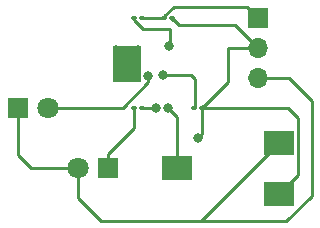
<source format=gbr>
%TF.GenerationSoftware,KiCad,Pcbnew,7.0.7*%
%TF.CreationDate,2023-08-26T23:34:29+05:30*%
%TF.ProjectId,ir_project,69725f70-726f-46a6-9563-742e6b696361,rev?*%
%TF.SameCoordinates,Original*%
%TF.FileFunction,Copper,L1,Top*%
%TF.FilePolarity,Positive*%
%FSLAX46Y46*%
G04 Gerber Fmt 4.6, Leading zero omitted, Abs format (unit mm)*
G04 Created by KiCad (PCBNEW 7.0.7) date 2023-08-26 23:34:29*
%MOMM*%
%LPD*%
G01*
G04 APERTURE LIST*
G04 Aperture macros list*
%AMRoundRect*
0 Rectangle with rounded corners*
0 $1 Rounding radius*
0 $2 $3 $4 $5 $6 $7 $8 $9 X,Y pos of 4 corners*
0 Add a 4 corners polygon primitive as box body*
4,1,4,$2,$3,$4,$5,$6,$7,$8,$9,$2,$3,0*
0 Add four circle primitives for the rounded corners*
1,1,$1+$1,$2,$3*
1,1,$1+$1,$4,$5*
1,1,$1+$1,$6,$7*
1,1,$1+$1,$8,$9*
0 Add four rect primitives between the rounded corners*
20,1,$1+$1,$2,$3,$4,$5,0*
20,1,$1+$1,$4,$5,$6,$7,0*
20,1,$1+$1,$6,$7,$8,$9,0*
20,1,$1+$1,$8,$9,$2,$3,0*%
G04 Aperture macros list end*
%TA.AperFunction,SMDPad,CuDef*%
%ADD10R,2.500000X2.000000*%
%TD*%
%TA.AperFunction,SMDPad,CuDef*%
%ADD11R,2.410000X3.100000*%
%TD*%
%TA.AperFunction,ComponentPad*%
%ADD12C,0.500000*%
%TD*%
%TA.AperFunction,SMDPad,CuDef*%
%ADD13RoundRect,0.100000X-0.130000X-0.100000X0.130000X-0.100000X0.130000X0.100000X-0.130000X0.100000X0*%
%TD*%
%TA.AperFunction,ComponentPad*%
%ADD14R,1.700000X1.700000*%
%TD*%
%TA.AperFunction,ComponentPad*%
%ADD15O,1.700000X1.700000*%
%TD*%
%TA.AperFunction,SMDPad,CuDef*%
%ADD16RoundRect,0.100000X0.130000X0.100000X-0.130000X0.100000X-0.130000X-0.100000X0.130000X-0.100000X0*%
%TD*%
%TA.AperFunction,ComponentPad*%
%ADD17R,1.800000X1.800000*%
%TD*%
%TA.AperFunction,ComponentPad*%
%ADD18C,1.800000*%
%TD*%
%TA.AperFunction,ViaPad*%
%ADD19C,0.800000*%
%TD*%
%TA.AperFunction,Conductor*%
%ADD20C,0.250000*%
%TD*%
G04 APERTURE END LIST*
D10*
%TO.P,POT,3,3*%
%TO.N,GND*%
X166885000Y-91050000D03*
%TO.P,POT,2,2*%
%TO.N,Net-(U1A--)*%
X158235000Y-88900000D03*
%TO.P,POT,1,1*%
%TO.N,+5V*%
X166885000Y-86750000D03*
%TD*%
D11*
%TO.P,U1,9*%
%TO.N,N/C*%
X153985000Y-80040000D03*
D12*
X154940000Y-81340000D03*
X154940000Y-78740000D03*
X154940000Y-80040000D03*
X153030000Y-81340000D03*
X153030000Y-80040000D03*
X153030000Y-78740000D03*
%TD*%
D13*
%TO.P,R3,2*%
%TO.N,/O{slash}P*%
X155260000Y-76200000D03*
%TO.P,R3,1*%
%TO.N,Net-(R3-Pad1)*%
X154620000Y-76200000D03*
%TD*%
%TO.P,R2,2*%
%TO.N,GND*%
X160340000Y-83820000D03*
%TO.P,R2,1*%
%TO.N,Net-(D1-A)*%
X159700000Y-83820000D03*
%TD*%
%TO.P,R1,2*%
%TO.N,GND*%
X155260000Y-83820000D03*
%TO.P,R1,1*%
%TO.N,Net-(D2-K)*%
X154620000Y-83820000D03*
%TD*%
D14*
%TO.P,J1,1,Pin_1*%
%TO.N,/O{slash}P*%
X165100000Y-76200000D03*
D15*
%TO.P,J1,2,Pin_2*%
%TO.N,GND*%
X165100000Y-78740000D03*
%TO.P,J1,3,Pin_3*%
%TO.N,+5V*%
X165100000Y-81280000D03*
%TD*%
D16*
%TO.P,D3,1,K*%
%TO.N,GND*%
X157800000Y-76200000D03*
%TO.P,D3,2,A*%
%TO.N,/O{slash}P*%
X157160000Y-76200000D03*
%TD*%
D17*
%TO.P,D2,1,K*%
%TO.N,Net-(D2-K)*%
X152400000Y-88900000D03*
D18*
%TO.P,D2,2,A*%
%TO.N,+5V*%
X149860000Y-88900000D03*
%TD*%
D17*
%TO.P,D1,1,K*%
%TO.N,+5V*%
X144780000Y-83820000D03*
D18*
%TO.P,D1,2,A*%
%TO.N,Net-(D1-A)*%
X147320000Y-83820000D03*
%TD*%
D19*
%TO.N,GND*%
X160020000Y-86360000D03*
X156480497Y-83820000D03*
%TO.N,Net-(D1-A)*%
X157035500Y-81045500D03*
%TO.N,Net-(U1A--)*%
X157480000Y-83820000D03*
%TO.N,Net-(D1-A)*%
X155789241Y-81071516D03*
%TO.N,Net-(R3-Pad1)*%
X157550403Y-78554063D03*
%TD*%
D20*
%TO.N,Net-(R3-Pad1)*%
X154620000Y-76391041D02*
X154620000Y-76200000D01*
X155372771Y-77143812D02*
X154620000Y-76391041D01*
X157607313Y-77143812D02*
X155372771Y-77143812D01*
X157550403Y-78554063D02*
X157607313Y-78497153D01*
X157607313Y-78497153D02*
X157607313Y-77143812D01*
%TO.N,/O{slash}P*%
X157160000Y-76008959D02*
X157160000Y-76200000D01*
X164119884Y-75219884D02*
X157949075Y-75219884D01*
X165100000Y-76200000D02*
X164119884Y-75219884D01*
X157949075Y-75219884D02*
X157160000Y-76008959D01*
%TO.N,+5V*%
X160273275Y-93361725D02*
X166885000Y-86750000D01*
X169612933Y-83193877D02*
X169612933Y-91222067D01*
X169612933Y-91222067D02*
X167473275Y-93361725D01*
X167699056Y-81280000D02*
X169612933Y-83193877D01*
X165100000Y-81280000D02*
X167699056Y-81280000D01*
X167473275Y-93361725D02*
X160273275Y-93361725D01*
%TO.N,GND*%
X167640000Y-83820000D02*
X160340000Y-83820000D01*
X168460000Y-84640000D02*
X167640000Y-83820000D01*
X168460000Y-89475000D02*
X168460000Y-84640000D01*
X166885000Y-91050000D02*
X168460000Y-89475000D01*
%TO.N,+5V*%
X151797929Y-93377929D02*
X149860000Y-91440000D01*
X160257071Y-93377929D02*
X151797929Y-93377929D01*
X149860000Y-91440000D02*
X149860000Y-88900000D01*
X166885000Y-86750000D02*
X160257071Y-93377929D01*
%TO.N,GND*%
X163152736Y-76792736D02*
X165100000Y-78740000D01*
X158392736Y-76792736D02*
X163152736Y-76792736D01*
X157800000Y-76200000D02*
X158392736Y-76792736D01*
X162571799Y-78751799D02*
X162560000Y-78740000D01*
X162571799Y-81588201D02*
X162571799Y-78751799D01*
X160340000Y-83820000D02*
X162571799Y-81588201D01*
%TO.N,Net-(D2-K)*%
X152400000Y-87676154D02*
X152400000Y-88900000D01*
X154620000Y-85456154D02*
X152400000Y-87676154D01*
X154620000Y-83820000D02*
X154620000Y-85456154D01*
%TO.N,+5V*%
X145886130Y-88900000D02*
X149860000Y-88900000D01*
X144780000Y-87793870D02*
X145886130Y-88900000D01*
X144780000Y-83820000D02*
X144780000Y-87793870D01*
%TO.N,GND*%
X160340000Y-86040000D02*
X160340000Y-83820000D01*
X160020000Y-86360000D02*
X160340000Y-86040000D01*
X155260000Y-83820000D02*
X156480497Y-83820000D01*
%TO.N,Net-(D1-A)*%
X159445500Y-81045500D02*
X159785000Y-81385000D01*
X157035500Y-81045500D02*
X159445500Y-81045500D01*
X159785000Y-81385000D02*
X159785000Y-83735000D01*
X159785000Y-83735000D02*
X159700000Y-83820000D01*
X159700000Y-83820000D02*
X159615500Y-83735500D01*
%TO.N,Net-(U1A--)*%
X158235000Y-84575000D02*
X158235000Y-88900000D01*
X157480000Y-83820000D02*
X158235000Y-84575000D01*
%TO.N,GND*%
X160340000Y-83628959D02*
X160340000Y-83820000D01*
%TO.N,Net-(D1-A)*%
X155789241Y-81071516D02*
X155789241Y-81640759D01*
X153610000Y-83820000D02*
X147320000Y-83820000D01*
X155789241Y-81640759D02*
X153610000Y-83820000D01*
%TO.N,GND*%
X162560000Y-78740000D02*
X165100000Y-78740000D01*
%TO.N,/O{slash}P*%
X157160000Y-76200000D02*
X155260000Y-76200000D01*
%TO.N,GND*%
X157800000Y-76200000D02*
X157800000Y-76391041D01*
%TO.N,/O{slash}P*%
X157160000Y-76200000D02*
X157245000Y-76200000D01*
%TD*%
M02*

</source>
